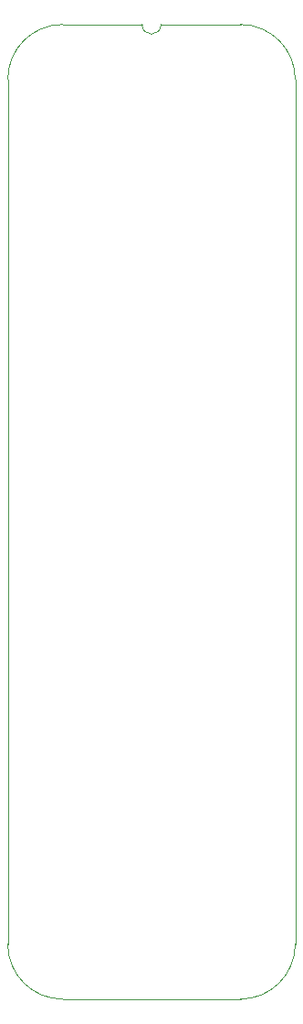
<source format=gm1>
%TF.GenerationSoftware,KiCad,Pcbnew,9.0.2*%
%TF.CreationDate,2025-08-23T12:59:52+02:00*%
%TF.ProjectId,Dual MPU Clock Generator,4475616c-204d-4505-9520-436c6f636b20,V1*%
%TF.SameCoordinates,Original*%
%TF.FileFunction,Profile,NP*%
%FSLAX46Y46*%
G04 Gerber Fmt 4.6, Leading zero omitted, Abs format (unit mm)*
G04 Created by KiCad (PCBNEW 9.0.2) date 2025-08-23 12:59:52*
%MOMM*%
%LPD*%
G01*
G04 APERTURE LIST*
%TA.AperFunction,Profile*%
%ADD10C,0.100000*%
%TD*%
G04 APERTURE END LIST*
D10*
%TO.C,J1*%
X-1905000Y635000D02*
X-1905000Y-79375000D01*
X10541000Y5715000D02*
X3175000Y5715000D01*
X19685000Y5715000D02*
X12319000Y5715000D01*
X19685000Y-84455000D02*
X3175000Y-84455000D01*
X24765000Y-79375000D02*
X24765000Y635000D01*
X-1905000Y635000D02*
G75*
G02*
X3175000Y5715000I5080002J-2D01*
G01*
X3175000Y-84455000D02*
G75*
G02*
X-1905000Y-79375000I0J5080000D01*
G01*
X12319000Y5715000D02*
G75*
G02*
X10541000Y5715000I-889000J0D01*
G01*
X19685000Y5715000D02*
G75*
G02*
X24765000Y635000I0J-5080000D01*
G01*
X24765000Y-79375000D02*
G75*
G02*
X19685000Y-84455000I-5080000J0D01*
G01*
%TD*%
M02*

</source>
